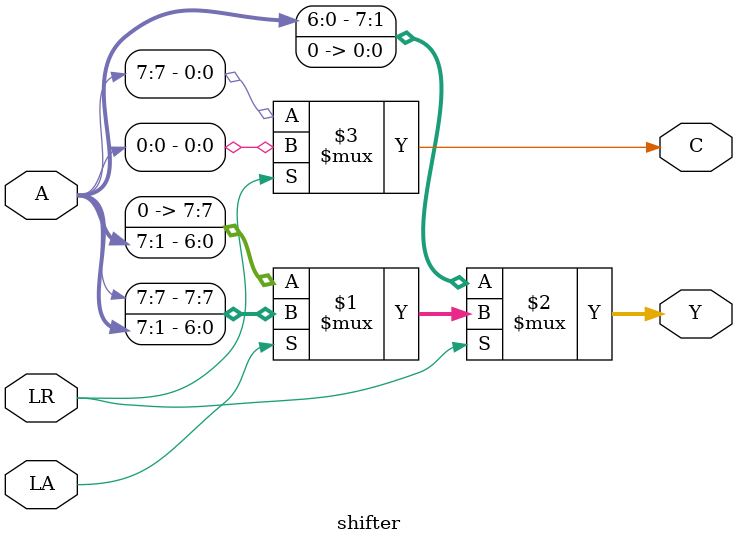
<source format=v>
module shifter(A, LA, LR, Y, C); // add all inputs and outputs inside parentheses

  // inputs
input [7:0] A; 
input LA; 
input LR; 
  
  // outputs
output [7:0] Y; 
output  C; 

  // reg and internal variable definitions

  
  // implement module here
  assign Y = LR ? (LA ? ({A[7],A[7:1]}) : ({1'b0,A[7:1]})) : ({A[6:0],1'b0});
  assign C = LR ? A[0] : A[7];
 

endmodule
</source>
